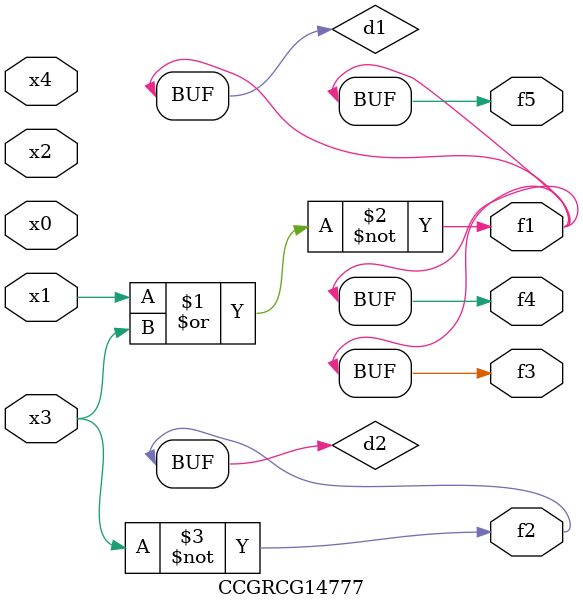
<source format=v>
module CCGRCG14777(
	input x0, x1, x2, x3, x4,
	output f1, f2, f3, f4, f5
);

	wire d1, d2;

	nor (d1, x1, x3);
	not (d2, x3);
	assign f1 = d1;
	assign f2 = d2;
	assign f3 = d1;
	assign f4 = d1;
	assign f5 = d1;
endmodule

</source>
